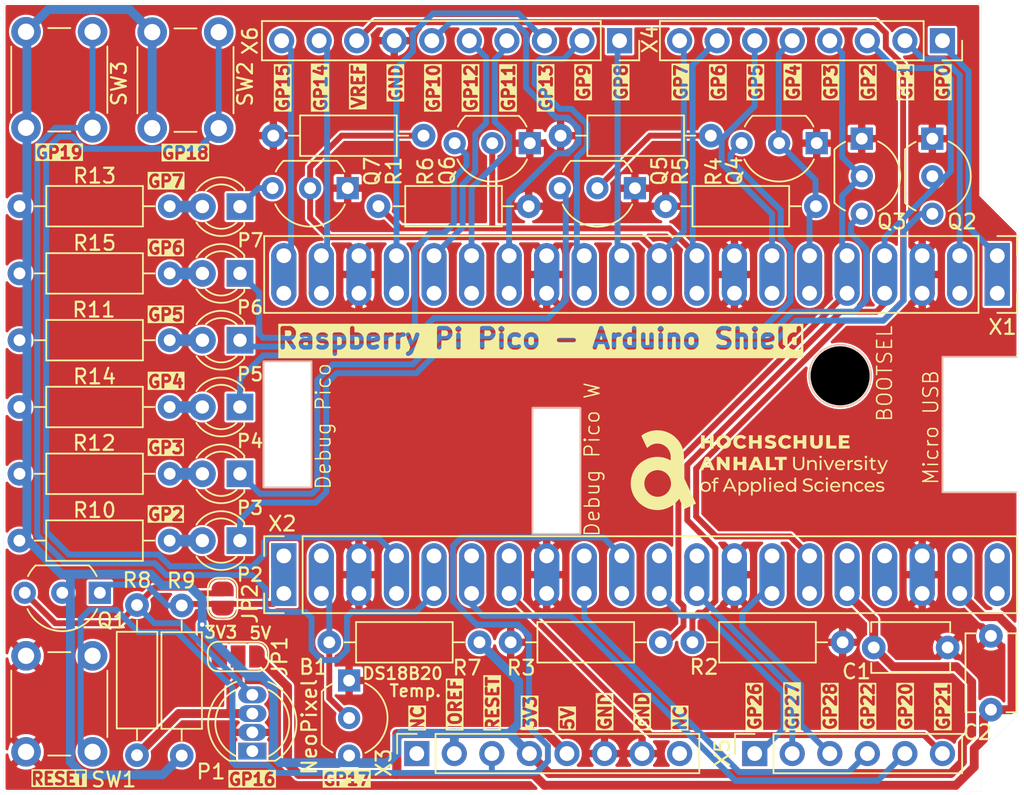
<source format=kicad_pcb>
(kicad_pcb (version 20221018) (generator pcbnew)

  (general
    (thickness 1.6)
  )

  (paper "A4" portrait)
  (title_block
    (title "Raspberry Pi Pico \\nArduino Shield")
    (date "2023-09-11")
    (rev "V1.0")
    (company "Hochschule Anhalt - University of Applied Sciences")
    (comment 1 "Printed Circuit Board")
    (comment 2 "Tobias Müller, M.Eng.")
    (comment 3 "Tobias Müller, M.Eng.")
    (comment 4 "PCB-Design")
    (comment 5 "ready to manufacture")
    (comment 6 "EMW | ES-LAB")
    (comment 7 "DIN 40719-2, DIN EN 60664-1,\\nDIN EN 61010-1")
    (comment 8 "EN")
  )

  (layers
    (0 "F.Cu" signal)
    (31 "B.Cu" signal)
    (32 "B.Adhes" user "B.Adhesive")
    (33 "F.Adhes" user "F.Adhesive")
    (34 "B.Paste" user)
    (35 "F.Paste" user)
    (36 "B.SilkS" user "B.Silkscreen")
    (37 "F.SilkS" user "F.Silkscreen")
    (38 "B.Mask" user)
    (39 "F.Mask" user)
    (40 "Dwgs.User" user "User.Drawings")
    (41 "Cmts.User" user "User.Comments")
    (42 "Eco1.User" user "User.Eco1")
    (43 "Eco2.User" user "User.Eco2")
    (44 "Edge.Cuts" user)
    (45 "Margin" user)
    (46 "B.CrtYd" user "B.Courtyard")
    (47 "F.CrtYd" user "F.Courtyard")
    (48 "B.Fab" user)
    (49 "F.Fab" user)
    (50 "User.1" user)
    (51 "User.2" user)
    (52 "User.3" user)
    (53 "User.4" user)
    (54 "User.5" user)
    (55 "User.6" user)
    (56 "User.7" user)
    (57 "User.8" user)
    (58 "User.9" user)
  )

  (setup
    (stackup
      (layer "F.SilkS" (type "Top Silk Screen"))
      (layer "F.Paste" (type "Top Solder Paste"))
      (layer "F.Mask" (type "Top Solder Mask") (thickness 0.01))
      (layer "F.Cu" (type "copper") (thickness 0.035))
      (layer "dielectric 1" (type "core") (thickness 1.51) (material "FR4") (epsilon_r 4.5) (loss_tangent 0.02))
      (layer "B.Cu" (type "copper") (thickness 0.035))
      (layer "B.Mask" (type "Bottom Solder Mask") (thickness 0.01))
      (layer "B.Paste" (type "Bottom Solder Paste"))
      (layer "B.SilkS" (type "Bottom Silk Screen"))
      (copper_finish "None")
      (dielectric_constraints no)
    )
    (pad_to_mask_clearance 0)
    (aux_axis_origin 79.0696 158.3534)
    (pcbplotparams
      (layerselection 0x00010e0_ffffffff)
      (plot_on_all_layers_selection 0x0000000_00000000)
      (disableapertmacros false)
      (usegerberextensions false)
      (usegerberattributes true)
      (usegerberadvancedattributes true)
      (creategerberjobfile true)
      (dashed_line_dash_ratio 12.000000)
      (dashed_line_gap_ratio 3.000000)
      (svgprecision 4)
      (plotframeref false)
      (viasonmask false)
      (mode 1)
      (useauxorigin false)
      (hpglpennumber 1)
      (hpglpenspeed 20)
      (hpglpendiameter 15.000000)
      (dxfpolygonmode true)
      (dxfimperialunits true)
      (dxfusepcbnewfont true)
      (psnegative false)
      (psa4output false)
      (plotreference true)
      (plotvalue true)
      (plotinvisibletext false)
      (sketchpadsonfab false)
      (subtractmaskfromsilk false)
      (outputformat 1)
      (mirror false)
      (drillshape 0)
      (scaleselection 1)
      (outputdirectory "../Build/")
    )
  )

  (net 0 "")
  (net 1 "GP0")
  (net 2 "GP1")
  (net 3 "GND")
  (net 4 "GP2")
  (net 5 "GP3")
  (net 6 "GP4")
  (net 7 "GP5")
  (net 8 "GP6")
  (net 9 "GP7")
  (net 10 "GP8")
  (net 11 "GP9")
  (net 12 "GP10")
  (net 13 "GP11")
  (net 14 "GP12")
  (net 15 "GP13")
  (net 16 "GP14")
  (net 17 "GP15")
  (net 18 "GP16")
  (net 19 "GP17")
  (net 20 "GP18")
  (net 21 "GP19")
  (net 22 "GP20")
  (net 23 "GP21")
  (net 24 "GP22")
  (net 25 "RUN")
  (net 26 "GP26")
  (net 27 "GP27")
  (net 28 "GP28")
  (net 29 "VREF")
  (net 30 "+3V3")
  (net 31 "unconnected-(X2-Pin_17-Pad17)")
  (net 32 "unconnected-(X3-Pin_1-Pad1)")
  (net 33 "unconnected-(X3-Pin_8-Pad8)")
  (net 34 "+5V")
  (net 35 "unconnected-(P1-DOUT-Pad1)")
  (net 36 "Net-(JP1-C)")
  (net 37 "Net-(P2-K)")
  (net 38 "Net-(P2-A)")
  (net 39 "Net-(P3-K)")
  (net 40 "Net-(P3-A)")
  (net 41 "Net-(P4-K)")
  (net 42 "Net-(P4-A)")
  (net 43 "Net-(P5-K)")
  (net 44 "Net-(P5-A)")
  (net 45 "Net-(P6-K)")
  (net 46 "Net-(P6-A)")
  (net 47 "Net-(P7-K)")
  (net 48 "Net-(P7-A)")
  (net 49 "unconnected-(X2-Pin_20-Pad20)")
  (net 50 "Net-(JP2-B)")

  (footprint "Package_TO_SOT_THT:TO-92_Inline_Wide" (layer "F.Cu") (at 102.4338 150.8252 -90))

  (footprint "Package_TO_SOT_THT:TO-92_Inline_Wide" (layer "F.Cu") (at 121.7686 117.5044 180))

  (footprint "LED_THT:LED_D3.0mm" (layer "F.Cu") (at 95.0528 127.7914 180))

  (footprint "Connector_PinSocket_2.54mm:PinSocket_1x06_P2.54mm_Vertical" (layer "F.Cu") (at 129.8696 155.7694 90))

  (footprint "Resistor_THT:R_Axial_DIN0207_L6.3mm_D2.5mm_P10.16mm_Horizontal" (layer "F.Cu") (at 123.5212 148.2384 180))

  (footprint "Package_TO_SOT_THT:TO-92_Inline_Wide" (layer "F.Cu") (at 85.5736 144.8856 180))

  (footprint "Resistor_THT:R_Axial_DIN0207_L6.3mm_D2.5mm_P10.16mm_Horizontal" (layer "F.Cu") (at 80.138 118.7236))

  (footprint "Resistor_THT:R_Axial_DIN0207_L6.3mm_D2.5mm_P10.16mm_Horizontal" (layer "F.Cu") (at 91.1098 155.9052 90))

  (footprint "Pico Adapter:Raspberry Pi Pico Header" (layer "F.Cu") (at 98.0186 144.9319 90))

  (footprint "LED_THT:LED_D3.0mm" (layer "F.Cu") (at 95.0478 132.3126 180))

  (footprint "LED_THT:LED_D3.0mm" (layer "F.Cu") (at 95.0528 123.2702 180))

  (footprint "Capacitor_THT:C_Disc_D5.1mm_W3.2mm_P5.00mm" (layer "F.Cu") (at 145.8468 152.8026 90))

  (footprint "Button_Switch_THT:SW_PUSH_6mm_H5mm" (layer "F.Cu") (at 89.1148 113.4392 90))

  (footprint "Resistor_THT:R_Axial_DIN0207_L6.3mm_D2.5mm_P10.16mm_Horizontal" (layer "F.Cu") (at 80.133 132.3126))

  (footprint "Resistor_THT:R_Axial_DIN0207_L6.3mm_D2.5mm_P10.16mm_Horizontal" (layer "F.Cu") (at 80.133 141.355))

  (footprint "Resistor_THT:R_Axial_DIN0207_L6.3mm_D2.5mm_P10.16mm_Horizontal" (layer "F.Cu") (at 80.138 127.7914))

  (footprint "Resistor_THT:R_Axial_DIN0207_L6.3mm_D2.5mm_P10.16mm_Horizontal" (layer "F.Cu") (at 111.253 148.2384 180))

  (footprint "Resistor_THT:R_Axial_DIN0207_L6.3mm_D2.5mm_P10.16mm_Horizontal" (layer "F.Cu") (at 125.6548 148.2384))

  (footprint "Resistor_THT:R_Axial_DIN0207_L6.3mm_D2.5mm_P10.16mm_Horizontal" (layer "F.Cu") (at 107.4684 113.9484 180))

  (footprint "LED_THT:LED_D3.0mm" (layer "F.Cu") (at 95.0528 118.749 180))

  (footprint "LED_THT:LED_D3.0mm" (layer "F.Cu") (at 95.0478 141.355 180))

  (footprint "Pico Adapter:Raspberry Pi Pico" (layer "F.Cu") (at 96.648 144.0024))

  (footprint "Connector_PinSocket_2.54mm:PinSocket_1x10_P2.54mm_Vertical" (layer "F.Cu") (at 120.7278 107.5184 -90))

  (footprint "Pico Adapter:SolderJumper-3_P1.3mm_Open_RoundedPad1.0x1.5mm" (layer "F.Cu") (at 94.9244 149.1996 180))

  (footprint "Connector_PinSocket_2.54mm:PinSocket_1x08_P2.54mm_Vertical" (layer "F.Cu") (at 107.0106 155.7694 90))

  (footprint "Pico Adapter:Arduino Shield" (layer "F.Cu") (at 79.0696 158.3534))

  (footprint "Resistor_THT:R_Axial_DIN0207_L6.3mm_D2.5mm_P10.16mm_Horizontal" (layer "F.Cu") (at 134.0114 118.7236 180))

  (footprint "Package_TO_SOT_THT:TO-92_Inline_Wide" (layer "F.Cu") (at 102.3376 117.5 180))

  (footprint "Pico Adapter:LED_D5.0mm-4_RGB" (layer "F.Cu") (at 95.886 155.6044 90))

  (footprint "Button_Switch_THT:SW_PUSH_6mm_H5mm" (layer "F.Cu") (at 85.0804 149.154 -90))

  (footprint "Resistor_THT:R_Axial_DIN0207_L6.3mm_D2.5mm_P10.16mm_Horizontal" (layer "F.Cu") (at 80.138 136.8338))

  (footprint "Pico Adapter:Raspberry Pi Pico Header" (layer "F.Cu")
    (tstamp 99ecf889-4ef1-4e90-9e35-968f0663196f)
    (at 146.2786 122.0724 -90)
    (descr "Through hole straight pin header, 2x20, 2.54mm pitch, double rows")
    (tags "Through hole pin header THT 2x20 2.54mm double row")
    (property "Hersteller-Nr." "HTSW-120-10-T-S")
    (property "Mouser-Nr." "200-HTSW12010TS")
    (property "Sheetfile" "Pico_Adapter.kicad_sch")
    (property "Sheetname" "")
    (property "ki_description" "Generic connector, single row, 01x20, script generated (kicad-library-utils/schlib/autogen/connector/)")
    (property "ki_keywords" "connector")
    (path "/8c49dd93-20af-4151-aae9-2b4d7dbd1ccf")
    (attr through_hole)
    (fp_text reference "X1" (at 4.83 -0.3566 -180) (layer "F.SilkS")
        (effects (font (size 1 1) (thickness 0.15)))
      (tstamp a9f540a6-edeb-441a-bfbf-45ef1f6e881d)
    )
    (fp_text value "Raspberry Pi Pico Header" (at 4.6268 16.1534 -180) (layer "F.Fab")
        (effects (font (size 1 1) (thickness 0.15)))
      (tstamp 7d121660-012e-458a-9dfe-16894094e835)
    )
    (fp_line (start -1.33 -1.33) (end 0 -1.33)
      (stroke (width 0.12) (type solid)) (layer "F.SilkS") (tstamp 070dfd40-8179-41d4-bf3d-2ae1db93e6a2))
    (fp_line (start -1.33 0) (end -1.33 -1.33)
      (stroke (width 0.12) (type solid)) (layer "F.SilkS") (tstamp 07178773-abae-4b84-8750-8f49f06539d9))
    (fp_line (start -1.33 1.27) (end -1.33 49.59)
      (stroke (width 0.12) (type solid)) (layer "F.SilkS") (tstamp fc7634bc-a142-419b-aa0f-2a62e3de61c5))
    (fp_line (start -1.33 1.27) (end 3.87 1.27)
      (stroke (width 0.12) (type solid)) (layer "F.SilkS") (tstamp 39195cc8-b84d-4fd9-8f6b-f1e63fccb7bc))
    (fp_line (start -1.33 49.59) (end 3.87 49.59)
      (stroke (width 0.12) (type solid)) (layer "F.SilkS") (tstamp f2c6ae7e-8001-4a22-b102-c91a53ef5aa3))
    (fp_line (start 2.54 -1.33) (end 3.87 -1.33)
      (stroke (width 0.12) (type solid)) (layer "F.SilkS") (tstamp 782918ea-1d67-49c4-b196-a7ff89de53fd))
    (fp_line (start 3.87 0) (end 3.87 -1.33)
      (stroke (width 0.12) (type solid)) (layer "F.SilkS") (tstamp 65c75e2c-7615-4d48-9a84-a0effd6290fd))
    (fp_line (start 3.87 1.27) (end 3.87 49.59)
      (stroke (width 0.12) (type solid)) (layer "F.SilkS") (tstamp 324c9748-0c34-4d90-b7ec-b37716d22c72))
    (fp_line (start -1.8 -1.8) (end -1.8 50.05)
      (stroke (width 0.05) (type solid)) (layer "F.CrtYd") (tstamp 5437a403-93df-4227-94bb-0518adf31c42))
    (fp_line (start -1.8 50.05) (end 4.35 50.05)
      (stroke (width 0.05) (type solid)) (layer "F.CrtYd") (tstamp e32bbad7-332d-48b8-b7f0-6587ae50f0c6))
    (fp_line (start 4.35 -1.8) (end -1.8 -1.8)
      (stroke (width 0.05) (type solid)) (layer "F.CrtYd") (tstamp 8aa197ce-0d90-44c3-9a41-0468999ef8b9))
    (fp_line (start 4.35 50.05) (end 4.35 -1.8)
      (stroke (width 0.05) (type solid)) (layer "F.CrtYd") (tstamp 806e4d13-853a-44f6-8383-8c29915838b9))
    (fp_line (start -1.27 0) (end 0 -1.27)
      (stroke (width 0.1) (type solid)) (layer "F.Fab") (tstamp 5c0ee2a9-0953-44b1-8e8b-c177d29c34fa))
    (fp_line (start -1.27 49.53) (end -1.27 0)
      (stroke (width 0.1) (type solid)) (layer "F.Fab") (tstamp c09dda99-e823-459d-a3f4-bfee4f845a57))
    (fp_line (start 0 -1.27) (end 2.54 -1.27)
      (stroke (width 0.1) (type solid)) (layer "F.Fab") (tstamp d589f81d-68a2-4f5c-b951-15304d00c437))
    (fp_line (start 3.81 0) (end 2.54 -1.27)
      (stroke (width 0.1) (type solid)) (layer "F.Fab") (tstamp acb97d43-62b4-4e7b-a2ab-5b1e9e7818b7))
    (fp_line (start 3.81 0) (end 3.81 49.53)
      (stroke (width 0.1) (type solid)) (layer "F.Fab") (tstamp 2704f8a9-d316-4962-a7cf-2dcb04035f9e))
    (fp_line (start 3.81 49.53) (end -1.27 49.53)
      (stroke (width 0.1) (type solid)) (layer "F.Fab") (tstamp 08cd05ce-d082-4941-937b-e33e2bd91e1a))
    (pad "1" thru_hole rect (at 0 0 270) (size 1.7 1.7) (drill 1) (layers "*.Cu" "*.Mask")
      (net 1 "GP0") (pinfunction "Pin_1") (pintype "passive") (tstamp d456b6a5-79d7-409b-a065-795acbff8610))
    (pad "1" smd rect (at 1.27 0 270) (size 4.24 1.7) (layers "F.Cu" "F.Mask")
      (net 1 "GP0") (pinfunction "Pin_1") (pintype "passive") (tstamp b2b76b49-e99b-4120-aa09-12d2b4f54726))
    (pad "1" smd rect (at 1.27 0 270) (size 4.24 1.7) (layers "B.Cu" "B.Mask")
      (net 1 "GP0") (pinfunction "Pin_1") (pintype "passive") (tstamp 23b1453f-ae87-4c70-85ee-c8c890f22cc5))
    (pad "1" thru_hole rect (at 2.54 0 270) (size 1.7 1.7) (drill 1) (layers "*.Cu" "*.Mask")
      (net 1 "GP0") (pinfunction "Pin_1") (pintype "passive") (tstamp b8167eb9-4914-4202-87d2-7bfb3d901397))
    (pad "2" thru_hole circle (at 0 2.54 270) (size 1.7 1.7) (drill 1) (layers "*.Cu" "*.Mask")
      (net 2 "GP1") (pinfunction "Pin_2") (pintype "passive") (tstamp 3e6fc691-610a-4450-b6f0-09fca32daae5))
    (pad "2" smd oval (at 1.27 2.54 270) (size 4.24 1.7) (layers "F.Cu" "F.Mask")
      (net 2 "GP1") (pinfunction "Pin_2") (pintype "passive") (tstamp 58e1966e-0e78-4ef2-9733-18b92c501a6a))
    (pad "2" smd oval (at 1.27 2.54 270) (size 4.24 1.7) (layers "B.Cu" "B.Mask")
      (net 2 "GP1") (pinfunction "Pin_2") (pintype "passive") (tstamp 1650792a-6c25-4631-b2ad-ab7e75ee99bb))
    (pad "2" thru_hole circle (at 2.54 2.54 270) (size 1.7 1.7) (drill 1) (layers "*.Cu" "*.Mask")
      (net 2 "GP1") (pinfunction "Pin_2") (pintype "passive") (tstamp dfe0433c-4948-4223-841f-0b3049226332))
    (pad "3" thru_hole circle (at 0 5.08 270) (size 1.7 1.7) (drill 1) (layers "*.Cu" "*.Mask")
      (net 3 "GND") (pinfunction "Pin_3") (pintype "passive") (tstamp e7619da2-8727-487a-9659-cc7efb0a121d))
    (pad "3" smd oval (at 1.27 5.08 270) (size 4.24 1.7) (layers "F.Cu" "F.Mask")
      (net 3 "GND") (pinfunction "Pin_3") (pintype "passive") (tstamp 02e85a8c-2b4d-469c-a929-ac60a5e91bd6))
    (pad "3" smd oval (at 1.27 5.08 270) (size 4.24 1.7) (layers "B.Cu" "B.Mask")
      (net 3 "GND") (pinfunction "Pin_3") (pintype "passive") (tstamp 1d7f19a3-8d83-4420-b4da-fd0d04bc69c9))
    (pad "3" thru_hole circle (at 2.54 5.08 270) (size 1.7 1.7) (drill 1) (layers "*.Cu" "*.Mask")
      (net 3 "GND") (pinfunction "Pin_3") (pintype "passive") (tstamp 6d34c963-ae70-4d72-b2c7-351dcaf98123))
    (pad "4" thru_hole circle (at 0 7.62 270) (size 1.7 1.7) (drill 1) (layers "*.Cu" "*.Mask")
      (net 4 "GP2") (pinfunction "Pin_4") (pintype "passive") (tstamp 7dc91d51-1b39-4d80-8b13-c901ef902b03))
    (pad "4" smd oval (at 1.27 7.62 270) (size 4.24 1.7) (layers "F.Cu" "F.Mask")
      (net 4 "GP2") (pinfunction "Pin_4") (pintype "passive") (tstamp e4a96082-b733-487f-8f58-e7250de9759b))
    (pad "4" smd oval (at 1.27 7.62 270) (size 4.24 1.7) (layers "B.Cu" "B.Mask")
      (net 4 "GP2") (pinfunction "Pin_4") (pintype "passive") (tstamp b46c0d5f-0f16-4c76-9ec1-68efff60b71e))
    (pad "4" thru_hole circle (at 2.54 7.62 270) (size 1.7 1.7) (drill 1) (layers "*.Cu" "*.Mask")
      (net 4 "GP2") (pinfunction "Pin_4") (pintype "passive") (tstamp 4ec94788-b52c-4648-b27d-3ddece8484af))
    (pad "5" thru_hole circle (at 0 10.16 270) (size 1.7 1.7) (drill 1) (layers "*.Cu" "*.Mask")
      (net 5 "GP3") (pinfunction "Pin_5") (pintype "passive") (tstamp 447afbd3-262b-445f-841f-8b4932bc6632))
    (pad "5" smd oval (at 1.27 10.16 270) (size 4.24 1.7) (layers "F.Cu" "F.Mask")
      (net 5 "GP3") (pinfunction "Pin_5") (pintype "passive") (tstamp d3cda1cf-43c2-4853-8c96-9e18edc0fea7))
    (pad "5" smd oval (at 1.27 10.16 270) (size 4.24 1.7) (layers "B.Cu" "B.Mask")
      (net 5 "GP3") (pinfunction "Pin_5") (pintype "passive") (tstamp 31ab2dcc-fb1b-4e8c-a5c6-39a60edee063))
    (pad "5" thru_hole circle (at 2.54 10.16 270) (size 1.7 1.7) (drill 1) (layers "*.Cu" "*.Mask")
      (net 5 "GP3") (pinfunction "Pin_5") (pintype "passive") (tstamp 65725ff8-c0da-4348-827f-19017e4eb95c))
    (pad "6" thru_hole circle (at 0 12.7 270) (size 1.7 1.7) (drill 1) (layers "*.Cu" "*.Mask")
      (net 6 "GP4") (pinfunction "Pin_6") (pintype "passive") (tstamp d157d19c-b353-4613-a955-774f9cfcf528))
    (pad "6" smd oval (at 1.27 12.7 270) (size 4.24 1.7) (layers "F.Cu" "F.Mask")
      (net 6 "GP4") (pinfunction "Pin_6") (pintype "passive") (tstamp 5e6821f1-6d63-4f40-9f3a-eed326e08356))
    (pad "6" smd oval (at 1.27 12.7 270) (size 4.24 1.7) (layers "B.Cu" "B.Mask")
      (net 6 "GP4") (pinfunction "Pin_6") (pintype "passive") (tstamp 5bcb3be6-d58b-48b3-a102-8bafdc8a4b3a))
    (pad "6" thru_hole circle (at 2.54 12.7 270) (size 1.7 1.7) (drill 1) (layers "*.Cu" "*.Mask")
      (net 6 "GP4") (pinfunction "Pin_6") (pintype "passive") (tstamp 85032983-f00a-4615-9025-00e86aa29765))
    (pad "7" thru_hole circle (at 0 15.24 270) (size 1.7 1.7) (drill 1) (layers "*.Cu" "*.Mask")
      (net 7 "GP5") (pinfunction "Pin_7") (pintype "passive") (tstamp e915d540-b02f-4146-b6a8-09a15a938357))
    (pad "7" smd oval (at 1.27 15.24 270) (size 4.24 1.7) (layers "F.Cu" "F.Mask")
      (net 7 "GP5") (pinfunction "Pin_7") (pintype "passive") (tstamp 34ec4c9d-f3fe-4c75-a4d8-648b6c952491))
    (pad "7" smd oval (at 1.27 15.24 270) (size 4.24 1.7) (layers "B.Cu" "B.Mask")
      (net 7 "GP5") (pinfunction "Pin_7") (pintype "passive") (tstamp 7592662d-d467-4b11-9a14-de0e8bcf691f))
    (pad "7" thru_hole circle (at 2.54 15.24 270) (size 1.7 1.7) (drill 1) (layers "*.Cu" "*.Mask")
      (net 7 "GP5") (pinfunction "Pin_7") (pintype "passive") (tstamp c56b40ed-2850-437b-93d7-c78efbcdb9a1))
    (pad "8" thru_hole circle (at 0 17.78 270) (size 1.7 1.7) (drill 1) (layers "*.Cu" "*.Mask")
      (net 3 "GND") (pinfunction "Pin_8") (pintype "passive") (tstamp 0006bc34-ae17-44d9-9991-f32f3c2398c1))
    (pad "8" smd oval (at 1.27 17.78 270) (size 4.24 1.7) (layers "F.Cu" "F.Mask")
      (net 3 "GND") (pinfunction "Pin_8") (pintype "passive") (tstamp d8def449-3198-4294-b66c-96034977e7cd))
    (pad "8" smd oval (at 1.27 17.78 270) (size 4.24 1.7) (layers "B.Cu" "B.Mask")
      (net 3 "GND") (pinfunction "Pin_8") (pintype "passive") (tstamp f5e3b266-54df-498d-9d73-c96d15b816e2))
    (pad "8" thru_hole circle (at 2.54 17.78 270) (size 1.7 1.7) (drill 1) (layers "*.Cu" "*.Mask")
      (net 3 "GND") (pinfunction "Pin_8") (pintype "passive") (tstamp cdb5a2a3-5c68-416a-a0b9-969df9dbd95a))
    (pad "9" thru_hole circle (at 0 20.32 270) (size 1.7 1.7) (drill 1) (layers "*.Cu" "*.Mask")
      (net 8 "GP6") (pinfunction "Pin_9") (pintype "passive") (tstamp 81083e72-621c-4b8f-b36f-c7231d20b172))
    (pad "9" smd oval (at 1.27 20.32 270) (size 4.24 1.7) (layers "F.Cu" "F.Mask")
      (net 8 "GP6") (pinfunction "Pin_9") (pintype "passive") (tstamp 00fc9901-5b4d-4db6-aecd-f9b6c892ed2a))
    (pad "9" smd oval (at 1.27 20.32 270) (size 4.24 1.7) (layers "B.Cu" "B.Mask")
      (net 8 "GP6") (pinfunction "Pin_9") (pintype "passive") (tstamp eb1e10e6-3fb5-4a54-945e-72203021e5dd))
    (pad "9" thru_hole circle (at 2.54 20.32 270) (size 1.7 1.7) (drill 1) (layers "*.Cu" "*.Mask")
      (net 8 "GP6") (pinfunction "Pin_9") (pintype "passive") (tstamp 2746f84e-8f46-4f14-8c1f-237ad57e76a1))
    (pad "10" thru_hole circle (at 0 22.86 270) (size 1.7 1.7) (drill 1) (layers "*.Cu" "*.Mask")
      (net 9 "GP7") (pinfunction "Pin_10") (pintype "passive") (tstamp 76c6fa71-9274-457c-9821-94f852c31013))
    (pad "10" smd oval (at 1.27 22.86 270) (size 4.24 1.7) (layers "F.Cu" "F.Mask")
      (net 9 "GP7") (pinfunction "Pin_10") (pintype "passive") (tstamp 46f93834-7556-4f5b-bf67-7fee7e2ad4a9))
    (pad "10" smd oval (at 1.27 22.86 270) (size 4.24 1.7) (layers "B.Cu" "B.Mask")
      (net 9 "GP7") (pinfunction "Pin_10") (pintype "passive") (tstamp 8ba2036a-f94a-4f92-9739-2571e0a249c9))
    (pad "10" thru_hole circle (at 2.54 22.86 270) (size 1.7 1.7) (drill 1) (layers "*.Cu" "*.Mask")
      (net 9 "GP7") (pinfunction "Pin_10") (pintype "passive") (tstamp af2d2af8-dfa9-4455-84e8-a3b033918b4c))
    (pad "11" thru_hole circle (at 0 25.4 270) (size 1.7 1.7) (drill 1) (layers "*.Cu" "*.Mask")
      (net 10 "GP8") (pinfunction "Pin_11") (pintype "passive") (tstamp c7e1f5a7-1ded-4ff3-a2bb-d40e0c6a01a7))
    (pad "11" smd oval (at 1.27 25.4 270) (size 4.24 1.7) (layers "F.Cu" "F.Mask")
      (net 10 "GP8") (pinfunction "Pin_11") (pintype "passive") (tstamp 94bc8fd2-1d7f-4b66-bea8-c873e2358cc3))
    (pad "11" smd oval (at 1.27 25.4 270) (size 4.24 1.7) (layers "B.Cu" "B.Mask")
      (net 10 "GP8") (pinfunction "Pin_11") (pintype "passive") (tstamp 4aa2fd1c-78b1-4925-8d7e-ca5e5e3e16cf))
    (pad "11" thru_hole circle (at 2.54 25.4 270) (size 1.7 1.7) (drill 1) (layers "*.Cu" "*.Mask")
      (net 10 "GP8") (pinfunction "Pin_11") (pintype "passive") (tstamp 34e44d09-96b7-4406-ae94-b9852e4f2a71))
    (pad "12" thru_hole circle (at 0 27.94 270) (size 1.7 1.7) (drill 1) (layers "*.Cu" "*.Mask")
      (net 11 "GP9") (pinfunction "Pin_12") (pintype "passive") (tstamp 159d1d45-d4be-4800-a517-c3f79ad2f4a9))
    (pad "12" smd oval (at 1.27 27.94 270) (size 4.24 1.7) (layers "F.Cu" "F.Mask")
      (net 11 "GP9") (pinfunction "Pin_12") (pintype "passive") (tstamp 0babf1c1-8d6c-497f-9b9c-fa8d516adbc7))
    (pad "12" smd oval (at 1.27 27.94 270) (size 4.24 1.7) (layers "B.Cu" "B.Mask")
      (net 11 "GP9") (pinfunction "Pin_12") (pintype "passive") (tstamp 77176674-dc98-4ba1-ac9c-1cb622accbee))
    (pad "12" thru_hole circle (at 2.54 27.94 270) (size 1.7 1.7) (drill 1) (layers "*.Cu" "*.Mask")
      (net 11 "GP9") (pinfunction "Pin_12") (pintype "passive") (tstamp bcd4ec4f-b1ed-49bf-bca2-f0df1dcc7024))
    (pad "13" thru_hole circle (at 0 30.48 270) (size 1.7 1.7) (drill 1) (layers "*.Cu" "*.Mask")
      (net 3 "GND") (pinfunction "Pin_13") (pintype "passive") (tstamp 9a98b2bc-ce12-4123-aa57-a3bed80b884f))
    (pad "13" smd oval (at 1.27 30.48 270) (size 4.24 1.7) (layers "F.Cu" "F.Mask")
      (net 3 "GND") (pinfunction "Pin_13") (pintype "passive") (tstamp 9e75e367-342f-4d1c-8529-7ba8ee2e9ca1))
    (pad "13" smd oval (at 1.27 30.48 270) (size 4.24 1.7) (layers "B.Cu" "B.Mask")
      (net 3 "GND") (pinfunction "Pin_13") (pintype "passive") (tstamp 5060191c-c304-4c57-8bd3-80c8625d7648))
    (pad "13" thru_hole circle (at 2.54 30.48 270) (size 1.7 1.7) (drill 1) (layers "*.Cu" "*.Mask")
      (net 3 "GND") (pinfunction "Pin_13") (pintype "passive") (tstamp 6cef493b-a9ea-4c3b-9c66-a104df46617b))
    (pad "14" thru_hole circle (at 0 33.02 270) (size 1.7 1.7) (drill 1) (layers "*.Cu" "*.Mask")
      (net 12 "GP10") (pinfunction "Pin_14") (pintype "passive") (tstamp a6187aa0-0d44-47f3-ac8c-7383ea13c2b7))
    (pad "14" smd oval (at 1.27 33.02 270) (size 4.24 1.7) (layers "F.Cu" "F.Mask")
      (net 12 "GP10") (pinfunction "Pin_14") (pintype "passive") (tstamp a5407a00-9903-4718-81a2-bf53348f176e))
    (pad "14" smd oval (at 1.27 33.02 270) (size 4.24 1.7) (layers "B.Cu" "B.Mask")
      (net 12 "GP10") (pinfunction "Pin_14") (pintype "passive") (tstamp 9e7af564-ba84-4688-b832-af6d4eec9e8f))
    (pad "14" thru_hole circle (at 2.54 33.02 270) (size 1.7 1.7) (drill 1) (layers "*.Cu" "*.Mask")
      (net 12 "GP10") (pinfunction "Pin_14") (pintype "passive") (tstamp b66209de-e7c9-47e4-b97e-bee97ee25ea3))
    (pad "15" thru_hole circle (at 0 35.56 270) (size 1.7 1.7) (drill 1) (layers "*.Cu" "*.Mask")
      (net 13 "GP11") (pinfunction "Pin_15") (pintype "passive") (tstamp 813dbe0b-175d-490c-a792-8360c017d81b))
    (pad "15" smd oval (at 1.27 35.56 270) (size 4.24 1.7) (layers "F.Cu" "F.Mask")
      (net 13 "GP11") (pinfunction "Pin_15") (pintype "passive") (tstamp 72b837df-8b57-4962-8d44-9fec63b87e2a))
    (pad "15" smd oval (at 1.27 35.56 270) (size 4.24 1.7) (layers "B.Cu" "B.Mask")
      (net 13 "GP11") (pinfunction "Pin_15") (pintype "passive") (tstamp 31072c09-0aab-4d40-84f3-4a80d8b7f9fc))
    (pad "15" thru_hole circle (at 2.54 35.56 270) (size 1.7 1.7) (drill 1) (layers "*.Cu" "*.Mask")
      (net 13 "GP11") (pinfunction "Pin_15") (pintype "passive") (tstamp 8f4021e8-ba5f-44dd-aa5b-0ed8521670ff))
    (pad "16" thru_hole circle (at 0 38.1 270) (size 1.7 1.7) (drill 1) (layers "*.Cu" "*.Mask")
      (net 14 "GP12") (pinfunction "Pin_16") (pintype "passive") (tstamp db8f0809-766a-42b0-b623-5e0e0a6fe8e5))
    (pad "16" smd oval (at 1.27 38.1 270) (size 4.24 1.7) (layers "F.Cu" "F.Mask")
      (net 14 "GP12") (pinfunction "Pin_16") (pintype "passive") (tstamp 5f16b340-d7d9-4fff-ae3b-5f9246ef6195
... [952921 chars truncated]
</source>
